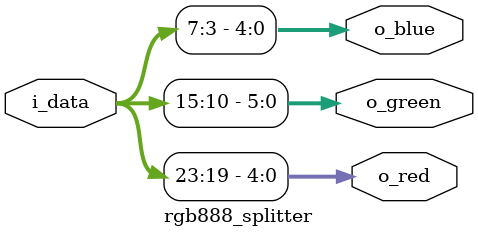
<source format=v>
`timescale 1ns / 1ps


module rgb888_splitter(
    input [23:0] i_data,
    output wire [4:0] o_red,
    output wire [5:0] o_green,
    output wire [4:0] o_blue
);

assign o_red = i_data[23:19];
assign o_green = i_data[15:10];
assign o_blue = i_data[7:3];

endmodule

</source>
